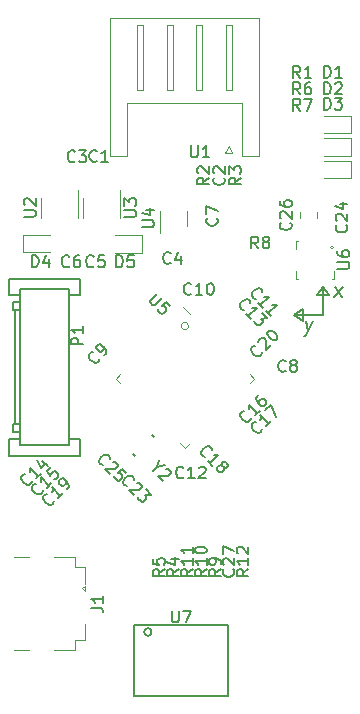
<source format=gto>
G04 #@! TF.GenerationSoftware,KiCad,Pcbnew,(5.0.2)-1*
G04 #@! TF.CreationDate,2019-10-29T23:39:58+09:00*
G04 #@! TF.ProjectId,High_range_accelerometer,48696768-5f72-4616-9e67-655f61636365,rev?*
G04 #@! TF.SameCoordinates,Original*
G04 #@! TF.FileFunction,Legend,Top*
G04 #@! TF.FilePolarity,Positive*
%FSLAX46Y46*%
G04 Gerber Fmt 4.6, Leading zero omitted, Abs format (unit mm)*
G04 Created by KiCad (PCBNEW (5.0.2)-1) date 2019/10/29 23:39:58*
%MOMM*%
%LPD*%
G01*
G04 APERTURE LIST*
%ADD10C,0.100000*%
%ADD11C,0.200000*%
%ADD12C,0.120000*%
%ADD13C,0.150000*%
G04 APERTURE END LIST*
D10*
X107252261Y-79248000D02*
G75*
G03X107252261Y-79248000I-318261J0D01*
G01*
D11*
X104120156Y-105150000D02*
G75*
G03X104120156Y-105150000I-320156J0D01*
G01*
X116900000Y-77800000D02*
X116200000Y-78300000D01*
X116900000Y-77900000D02*
X116900000Y-77800000D01*
X118600000Y-78300000D02*
X116200000Y-78300000D01*
X116200000Y-78300000D02*
X116900000Y-78800000D01*
X116900000Y-78800000D02*
X116900000Y-77900000D01*
X117168422Y-78821428D02*
X117369613Y-79688095D01*
X117787470Y-78821428D02*
X117369613Y-79688095D01*
X117207113Y-79997619D01*
X117137470Y-80059523D01*
X117005922Y-80121428D01*
X119100000Y-76600000D02*
X118600000Y-75900000D01*
X119000000Y-76600000D02*
X119100000Y-76600000D01*
X118100000Y-76600000D02*
X119000000Y-76600000D01*
X118600000Y-75900000D02*
X118100000Y-76600000D01*
X118600000Y-78300000D02*
X118600000Y-75900000D01*
X119529136Y-76788095D02*
X120318422Y-75921428D01*
X119637470Y-75921428D02*
X120210089Y-76788095D01*
D10*
X119493592Y-72593200D02*
G75*
G03X119493592Y-72593200I-113592J0D01*
G01*
D12*
G04 #@! TO.C,U1*
X106898120Y-53160160D02*
X113208120Y-53160160D01*
X113208120Y-53160160D02*
X113208120Y-64880160D01*
X113208120Y-64880160D02*
X111788120Y-64880160D01*
X111788120Y-64880160D02*
X111788120Y-60380160D01*
X111788120Y-60380160D02*
X106898120Y-60380160D01*
X106898120Y-53160160D02*
X100588120Y-53160160D01*
X100588120Y-53160160D02*
X100588120Y-64880160D01*
X100588120Y-64880160D02*
X102008120Y-64880160D01*
X102008120Y-64880160D02*
X102008120Y-60380160D01*
X102008120Y-60380160D02*
X106898120Y-60380160D01*
X110898120Y-59270160D02*
X110898120Y-53770160D01*
X110898120Y-53770160D02*
X110398120Y-53770160D01*
X110398120Y-53770160D02*
X110398120Y-59270160D01*
X110398120Y-59270160D02*
X110898120Y-59270160D01*
X108398120Y-59270160D02*
X108398120Y-53770160D01*
X108398120Y-53770160D02*
X107898120Y-53770160D01*
X107898120Y-53770160D02*
X107898120Y-59270160D01*
X107898120Y-59270160D02*
X108398120Y-59270160D01*
X105898120Y-59270160D02*
X105898120Y-53770160D01*
X105898120Y-53770160D02*
X105398120Y-53770160D01*
X105398120Y-53770160D02*
X105398120Y-59270160D01*
X105398120Y-59270160D02*
X105898120Y-59270160D01*
X103398120Y-59270160D02*
X103398120Y-53770160D01*
X103398120Y-53770160D02*
X102898120Y-53770160D01*
X102898120Y-53770160D02*
X102898120Y-59270160D01*
X102898120Y-59270160D02*
X103398120Y-59270160D01*
X110648120Y-63970160D02*
X110948120Y-64570160D01*
X110948120Y-64570160D02*
X110348120Y-64570160D01*
X110348120Y-64570160D02*
X110648120Y-63970160D01*
G04 #@! TO.C,C26*
X116707350Y-70100958D02*
X116707350Y-69583802D01*
X118127350Y-70100958D02*
X118127350Y-69583802D01*
G04 #@! TO.C,D1*
X118679820Y-62899960D02*
X120964820Y-62899960D01*
X120964820Y-62899960D02*
X120964820Y-61429960D01*
X120964820Y-61429960D02*
X118679820Y-61429960D01*
G04 #@! TO.C,D2*
X120964820Y-63340040D02*
X118679820Y-63340040D01*
X120964820Y-64810040D02*
X120964820Y-63340040D01*
X118679820Y-64810040D02*
X120964820Y-64810040D01*
G04 #@! TO.C,D3*
X118679820Y-66720120D02*
X120964820Y-66720120D01*
X120964820Y-66720120D02*
X120964820Y-65250120D01*
X120964820Y-65250120D02*
X118679820Y-65250120D01*
D13*
G04 #@! TO.C,P1*
X98082080Y-90224000D02*
X92082080Y-90224000D01*
X98082080Y-75224000D02*
X98082080Y-75724000D01*
X92082080Y-75224000D02*
X98082080Y-75224000D01*
X92082080Y-75724000D02*
X92082080Y-75224000D01*
X95382080Y-89324000D02*
X92982080Y-89324000D01*
X95382080Y-89324000D02*
X97082080Y-89324000D01*
X95382080Y-76124000D02*
X92982080Y-76124000D01*
X95382080Y-76124000D02*
X97082080Y-76124000D01*
X97082080Y-78624000D02*
X97082080Y-89324000D01*
X92982080Y-89324000D02*
X92982080Y-78624000D01*
X92082080Y-76624000D02*
X92982080Y-76624000D01*
X97082080Y-76624000D02*
X98082080Y-76624000D01*
X98082080Y-75724000D02*
X98082080Y-76624000D01*
X92982080Y-88824000D02*
X92082080Y-88824000D01*
X98082080Y-88824000D02*
X98082080Y-90224000D01*
X97082080Y-88824000D02*
X98082080Y-88824000D01*
X92082080Y-88824000D02*
X92082080Y-90224000D01*
X92082080Y-75724000D02*
X92082080Y-76624000D01*
X92382080Y-87524000D02*
X92982080Y-87524000D01*
X92382080Y-88224000D02*
X92382080Y-87524000D01*
X92982080Y-88224000D02*
X92382080Y-88224000D01*
X92382080Y-77924000D02*
X92982080Y-77924000D01*
X92382080Y-77224000D02*
X92382080Y-77924000D01*
X92982080Y-77224000D02*
X92382080Y-77224000D01*
X92582080Y-80424000D02*
X92582080Y-87524000D01*
X92982080Y-76124000D02*
X92982080Y-78624000D01*
X92582080Y-80424000D02*
X92582080Y-77924000D01*
X97082080Y-76124000D02*
X97082080Y-78624000D01*
D12*
G04 #@! TO.C,U3*
X98340000Y-68370000D02*
X98340000Y-70130000D01*
X101410000Y-70130000D02*
X101410000Y-67700000D01*
G04 #@! TO.C,U4*
X107096840Y-70767400D02*
X107096840Y-69467400D01*
X104796840Y-71367400D02*
X104796840Y-69467400D01*
D13*
G04 #@! TO.C,U7*
X102598720Y-104579160D02*
X102598720Y-110579160D01*
X110598720Y-110579160D02*
X110598720Y-107579160D01*
X110598720Y-107579160D02*
X110598720Y-104579160D01*
X110598720Y-104579160D02*
X102598720Y-104579160D01*
X102598720Y-110579160D02*
X110598720Y-110579160D01*
G04 #@! TO.C,Y2*
X104350681Y-88629876D02*
X104173904Y-88453099D01*
X102724336Y-90256221D02*
X102547559Y-90079444D01*
D12*
G04 #@! TO.C,U5*
X112421878Y-83300891D02*
X112810786Y-83689800D01*
X112810786Y-83689800D02*
X112421878Y-84078709D01*
X106552891Y-89169878D02*
X106941800Y-89558786D01*
X106941800Y-89558786D02*
X107330709Y-89169878D01*
X101461722Y-84078709D02*
X101072814Y-83689800D01*
X101072814Y-83689800D02*
X101461722Y-83300891D01*
X107330709Y-78209722D02*
X106765023Y-77644037D01*
G04 #@! TO.C,J1*
X95849620Y-98803160D02*
X97649620Y-98803160D01*
X97649620Y-98803160D02*
X97649620Y-99653160D01*
X95849620Y-106703160D02*
X97599620Y-106703160D01*
X97599620Y-106703160D02*
X97649620Y-106703160D01*
X97649620Y-106703160D02*
X97649620Y-105803160D01*
X93699620Y-98803160D02*
X92499620Y-98803160D01*
X98249620Y-101453160D02*
X98449620Y-101253160D01*
X98449620Y-101253160D02*
X98449620Y-101653160D01*
X98449620Y-101653160D02*
X98249620Y-101453160D01*
X93699620Y-106703160D02*
X92499620Y-106703160D01*
X97649620Y-99653160D02*
X98499620Y-99653160D01*
X98499620Y-99653160D02*
X98499620Y-101053160D01*
X97649620Y-105803160D02*
X98499620Y-105803160D01*
X98499620Y-105803160D02*
X98499620Y-104453160D01*
G04 #@! TO.C,D4*
X93215000Y-72985000D02*
X95500000Y-72985000D01*
X93215000Y-71515000D02*
X93215000Y-72985000D01*
X95500000Y-71515000D02*
X93215000Y-71515000D01*
G04 #@! TO.C,D5*
X101050000Y-73035000D02*
X103335000Y-73035000D01*
X103335000Y-73035000D02*
X103335000Y-71565000D01*
X103335000Y-71565000D02*
X101050000Y-71565000D01*
G04 #@! TO.C,U2*
X94790000Y-68370000D02*
X94790000Y-70130000D01*
X97860000Y-70130000D02*
X97860000Y-67700000D01*
G04 #@! TO.C,U6*
X119547280Y-74559440D02*
X119547280Y-75234440D01*
X119547280Y-75234440D02*
X119372280Y-75234440D01*
X116327280Y-74559440D02*
X116327280Y-75234440D01*
X116327280Y-75234440D02*
X116502280Y-75234440D01*
X116327280Y-72689440D02*
X116327280Y-72014440D01*
X116327280Y-72014440D02*
X116502280Y-72014440D01*
G04 #@! TO.C,U1*
D13*
X107442095Y-63942980D02*
X107442095Y-64752504D01*
X107489714Y-64847742D01*
X107537333Y-64895361D01*
X107632571Y-64942980D01*
X107823047Y-64942980D01*
X107918285Y-64895361D01*
X107965904Y-64847742D01*
X108013523Y-64752504D01*
X108013523Y-63942980D01*
X109013523Y-64942980D02*
X108442095Y-64942980D01*
X108727809Y-64942980D02*
X108727809Y-63942980D01*
X108632571Y-64085838D01*
X108537333Y-64181076D01*
X108442095Y-64228695D01*
G04 #@! TO.C,C26*
X115876342Y-70492857D02*
X115923961Y-70540476D01*
X115971580Y-70683333D01*
X115971580Y-70778571D01*
X115923961Y-70921428D01*
X115828723Y-71016666D01*
X115733485Y-71064285D01*
X115543009Y-71111904D01*
X115400152Y-71111904D01*
X115209676Y-71064285D01*
X115114438Y-71016666D01*
X115019200Y-70921428D01*
X114971580Y-70778571D01*
X114971580Y-70683333D01*
X115019200Y-70540476D01*
X115066819Y-70492857D01*
X115066819Y-70111904D02*
X115019200Y-70064285D01*
X114971580Y-69969047D01*
X114971580Y-69730952D01*
X115019200Y-69635714D01*
X115066819Y-69588095D01*
X115162057Y-69540476D01*
X115257295Y-69540476D01*
X115400152Y-69588095D01*
X115971580Y-70159523D01*
X115971580Y-69540476D01*
X114971580Y-68683333D02*
X114971580Y-68873809D01*
X115019200Y-68969047D01*
X115066819Y-69016666D01*
X115209676Y-69111904D01*
X115400152Y-69159523D01*
X115781104Y-69159523D01*
X115876342Y-69111904D01*
X115923961Y-69064285D01*
X115971580Y-68969047D01*
X115971580Y-68778571D01*
X115923961Y-68683333D01*
X115876342Y-68635714D01*
X115781104Y-68588095D01*
X115543009Y-68588095D01*
X115447771Y-68635714D01*
X115400152Y-68683333D01*
X115352533Y-68778571D01*
X115352533Y-68969047D01*
X115400152Y-69064285D01*
X115447771Y-69111904D01*
X115543009Y-69159523D01*
G04 #@! TO.C,D1*
X118710024Y-58222540D02*
X118710024Y-57222540D01*
X118948120Y-57222540D01*
X119090977Y-57270160D01*
X119186215Y-57365398D01*
X119233834Y-57460636D01*
X119281453Y-57651112D01*
X119281453Y-57793969D01*
X119233834Y-57984445D01*
X119186215Y-58079683D01*
X119090977Y-58174921D01*
X118948120Y-58222540D01*
X118710024Y-58222540D01*
X120233834Y-58222540D02*
X119662405Y-58222540D01*
X119948120Y-58222540D02*
X119948120Y-57222540D01*
X119852881Y-57365398D01*
X119757643Y-57460636D01*
X119662405Y-57508255D01*
G04 #@! TO.C,D2*
X118710024Y-59622540D02*
X118710024Y-58622540D01*
X118948120Y-58622540D01*
X119090977Y-58670160D01*
X119186215Y-58765398D01*
X119233834Y-58860636D01*
X119281453Y-59051112D01*
X119281453Y-59193969D01*
X119233834Y-59384445D01*
X119186215Y-59479683D01*
X119090977Y-59574921D01*
X118948120Y-59622540D01*
X118710024Y-59622540D01*
X119662405Y-58717779D02*
X119710024Y-58670160D01*
X119805262Y-58622540D01*
X120043358Y-58622540D01*
X120138596Y-58670160D01*
X120186215Y-58717779D01*
X120233834Y-58813017D01*
X120233834Y-58908255D01*
X120186215Y-59051112D01*
X119614786Y-59622540D01*
X120233834Y-59622540D01*
G04 #@! TO.C,D3*
X118710024Y-60922540D02*
X118710024Y-59922540D01*
X118948120Y-59922540D01*
X119090977Y-59970160D01*
X119186215Y-60065398D01*
X119233834Y-60160636D01*
X119281453Y-60351112D01*
X119281453Y-60493969D01*
X119233834Y-60684445D01*
X119186215Y-60779683D01*
X119090977Y-60874921D01*
X118948120Y-60922540D01*
X118710024Y-60922540D01*
X119614786Y-59922540D02*
X120233834Y-59922540D01*
X119900500Y-60303493D01*
X120043358Y-60303493D01*
X120138596Y-60351112D01*
X120186215Y-60398731D01*
X120233834Y-60493969D01*
X120233834Y-60732064D01*
X120186215Y-60827302D01*
X120138596Y-60874921D01*
X120043358Y-60922540D01*
X119757643Y-60922540D01*
X119662405Y-60874921D01*
X119614786Y-60827302D01*
G04 #@! TO.C,P1*
X98334460Y-80808255D02*
X97334460Y-80808255D01*
X97334460Y-80427302D01*
X97382080Y-80332064D01*
X97429699Y-80284445D01*
X97524937Y-80236826D01*
X97667794Y-80236826D01*
X97763032Y-80284445D01*
X97810651Y-80332064D01*
X97858270Y-80427302D01*
X97858270Y-80808255D01*
X98334460Y-79284445D02*
X98334460Y-79855874D01*
X98334460Y-79570160D02*
X97334460Y-79570160D01*
X97477318Y-79665398D01*
X97572556Y-79760636D01*
X97620175Y-79855874D01*
G04 #@! TO.C,U3*
X101802380Y-70011904D02*
X102611904Y-70011904D01*
X102707142Y-69964285D01*
X102754761Y-69916666D01*
X102802380Y-69821428D01*
X102802380Y-69630952D01*
X102754761Y-69535714D01*
X102707142Y-69488095D01*
X102611904Y-69440476D01*
X101802380Y-69440476D01*
X101802380Y-69059523D02*
X101802380Y-68440476D01*
X102183333Y-68773809D01*
X102183333Y-68630952D01*
X102230952Y-68535714D01*
X102278571Y-68488095D01*
X102373809Y-68440476D01*
X102611904Y-68440476D01*
X102707142Y-68488095D01*
X102754761Y-68535714D01*
X102802380Y-68630952D01*
X102802380Y-68916666D01*
X102754761Y-69011904D01*
X102707142Y-69059523D01*
G04 #@! TO.C,U4*
X103324220Y-70879304D02*
X104133744Y-70879304D01*
X104228982Y-70831685D01*
X104276601Y-70784066D01*
X104324220Y-70688828D01*
X104324220Y-70498352D01*
X104276601Y-70403114D01*
X104228982Y-70355495D01*
X104133744Y-70307876D01*
X103324220Y-70307876D01*
X103657554Y-69403114D02*
X104324220Y-69403114D01*
X103276601Y-69641209D02*
X103990887Y-69879304D01*
X103990887Y-69260257D01*
G04 #@! TO.C,U7*
X105836815Y-103331540D02*
X105836815Y-104141064D01*
X105884434Y-104236302D01*
X105932053Y-104283921D01*
X106027291Y-104331540D01*
X106217767Y-104331540D01*
X106313005Y-104283921D01*
X106360624Y-104236302D01*
X106408243Y-104141064D01*
X106408243Y-103331540D01*
X106789196Y-103331540D02*
X107455862Y-103331540D01*
X107027291Y-104331540D01*
G04 #@! TO.C,Y2*
X104607518Y-91188046D02*
X104270800Y-91524764D01*
X104742205Y-90581955D02*
X104607518Y-91188046D01*
X105213609Y-91053359D01*
X105348296Y-91322733D02*
X105415640Y-91322733D01*
X105516655Y-91356405D01*
X105685014Y-91524764D01*
X105718686Y-91625779D01*
X105718686Y-91693122D01*
X105685014Y-91794138D01*
X105617670Y-91861481D01*
X105482983Y-91928825D01*
X104674861Y-91928825D01*
X105112594Y-92366557D01*
G04 #@! TO.C,U5*
X104598077Y-76493226D02*
X104025657Y-77065646D01*
X103991985Y-77166661D01*
X103991985Y-77234005D01*
X104025657Y-77335020D01*
X104160344Y-77469707D01*
X104261359Y-77503379D01*
X104328703Y-77503379D01*
X104429718Y-77469707D01*
X105002138Y-76897287D01*
X105675573Y-77570722D02*
X105338855Y-77234005D01*
X104968466Y-77537051D01*
X105035809Y-77537051D01*
X105136825Y-77570722D01*
X105305183Y-77739081D01*
X105338855Y-77840096D01*
X105338855Y-77907440D01*
X105305183Y-78008455D01*
X105136825Y-78176814D01*
X105035809Y-78210486D01*
X104968466Y-78210486D01*
X104867451Y-78176814D01*
X104699092Y-78008455D01*
X104665420Y-77907440D01*
X104665420Y-77840096D01*
G04 #@! TO.C,C2*
X110237542Y-66689266D02*
X110285161Y-66736885D01*
X110332780Y-66879742D01*
X110332780Y-66974980D01*
X110285161Y-67117838D01*
X110189923Y-67213076D01*
X110094685Y-67260695D01*
X109904209Y-67308314D01*
X109761352Y-67308314D01*
X109570876Y-67260695D01*
X109475638Y-67213076D01*
X109380400Y-67117838D01*
X109332780Y-66974980D01*
X109332780Y-66879742D01*
X109380400Y-66736885D01*
X109428019Y-66689266D01*
X109428019Y-66308314D02*
X109380400Y-66260695D01*
X109332780Y-66165457D01*
X109332780Y-65927361D01*
X109380400Y-65832123D01*
X109428019Y-65784504D01*
X109523257Y-65736885D01*
X109618495Y-65736885D01*
X109761352Y-65784504D01*
X110332780Y-66355933D01*
X110332780Y-65736885D01*
G04 #@! TO.C,C4*
X105720853Y-73892442D02*
X105673234Y-73940061D01*
X105530377Y-73987680D01*
X105435139Y-73987680D01*
X105292281Y-73940061D01*
X105197043Y-73844823D01*
X105149424Y-73749585D01*
X105101805Y-73559109D01*
X105101805Y-73416252D01*
X105149424Y-73225776D01*
X105197043Y-73130538D01*
X105292281Y-73035300D01*
X105435139Y-72987680D01*
X105530377Y-72987680D01*
X105673234Y-73035300D01*
X105720853Y-73082919D01*
X106577996Y-73321014D02*
X106577996Y-73987680D01*
X106339900Y-72940061D02*
X106101805Y-73654347D01*
X106720853Y-73654347D01*
G04 #@! TO.C,C7*
X109627942Y-70118266D02*
X109675561Y-70165885D01*
X109723180Y-70308742D01*
X109723180Y-70403980D01*
X109675561Y-70546838D01*
X109580323Y-70642076D01*
X109485085Y-70689695D01*
X109294609Y-70737314D01*
X109151752Y-70737314D01*
X108961276Y-70689695D01*
X108866038Y-70642076D01*
X108770800Y-70546838D01*
X108723180Y-70403980D01*
X108723180Y-70308742D01*
X108770800Y-70165885D01*
X108818419Y-70118266D01*
X108723180Y-69784933D02*
X108723180Y-69118266D01*
X109723180Y-69546838D01*
G04 #@! TO.C,C8*
X115466833Y-83034142D02*
X115419214Y-83081761D01*
X115276357Y-83129380D01*
X115181119Y-83129380D01*
X115038261Y-83081761D01*
X114943023Y-82986523D01*
X114895404Y-82891285D01*
X114847785Y-82700809D01*
X114847785Y-82557952D01*
X114895404Y-82367476D01*
X114943023Y-82272238D01*
X115038261Y-82177000D01*
X115181119Y-82129380D01*
X115276357Y-82129380D01*
X115419214Y-82177000D01*
X115466833Y-82224619D01*
X116038261Y-82557952D02*
X115943023Y-82510333D01*
X115895404Y-82462714D01*
X115847785Y-82367476D01*
X115847785Y-82319857D01*
X115895404Y-82224619D01*
X115943023Y-82177000D01*
X116038261Y-82129380D01*
X116228738Y-82129380D01*
X116323976Y-82177000D01*
X116371595Y-82224619D01*
X116419214Y-82319857D01*
X116419214Y-82367476D01*
X116371595Y-82462714D01*
X116323976Y-82510333D01*
X116228738Y-82557952D01*
X116038261Y-82557952D01*
X115943023Y-82605571D01*
X115895404Y-82653190D01*
X115847785Y-82748428D01*
X115847785Y-82938904D01*
X115895404Y-83034142D01*
X115943023Y-83081761D01*
X116038261Y-83129380D01*
X116228738Y-83129380D01*
X116323976Y-83081761D01*
X116371595Y-83034142D01*
X116419214Y-82938904D01*
X116419214Y-82748428D01*
X116371595Y-82653190D01*
X116323976Y-82605571D01*
X116228738Y-82557952D01*
G04 #@! TO.C,C9*
X99702687Y-82005989D02*
X99702687Y-82073332D01*
X99635343Y-82208019D01*
X99568000Y-82275363D01*
X99433312Y-82342706D01*
X99298625Y-82342706D01*
X99197610Y-82309035D01*
X99029251Y-82208019D01*
X98928236Y-82107004D01*
X98827221Y-81938645D01*
X98793549Y-81837630D01*
X98793549Y-81702943D01*
X98860893Y-81568256D01*
X98928236Y-81500912D01*
X99062923Y-81433569D01*
X99130267Y-81433569D01*
X100106748Y-81736615D02*
X100241435Y-81601928D01*
X100275106Y-81500912D01*
X100275106Y-81433569D01*
X100241435Y-81265210D01*
X100140419Y-81096851D01*
X99871045Y-80827477D01*
X99770030Y-80793806D01*
X99702687Y-80793806D01*
X99601671Y-80827477D01*
X99466984Y-80962164D01*
X99433312Y-81063180D01*
X99433312Y-81130523D01*
X99466984Y-81231538D01*
X99635343Y-81399897D01*
X99736358Y-81433569D01*
X99803702Y-81433569D01*
X99904717Y-81399897D01*
X100039404Y-81265210D01*
X100073076Y-81164195D01*
X100073076Y-81096851D01*
X100039404Y-80995836D01*
G04 #@! TO.C,C10*
X107459542Y-76506342D02*
X107411923Y-76553961D01*
X107269066Y-76601580D01*
X107173828Y-76601580D01*
X107030971Y-76553961D01*
X106935733Y-76458723D01*
X106888114Y-76363485D01*
X106840495Y-76173009D01*
X106840495Y-76030152D01*
X106888114Y-75839676D01*
X106935733Y-75744438D01*
X107030971Y-75649200D01*
X107173828Y-75601580D01*
X107269066Y-75601580D01*
X107411923Y-75649200D01*
X107459542Y-75696819D01*
X108411923Y-76601580D02*
X107840495Y-76601580D01*
X108126209Y-76601580D02*
X108126209Y-75601580D01*
X108030971Y-75744438D01*
X107935733Y-75839676D01*
X107840495Y-75887295D01*
X109030971Y-75601580D02*
X109126209Y-75601580D01*
X109221447Y-75649200D01*
X109269066Y-75696819D01*
X109316685Y-75792057D01*
X109364304Y-75982533D01*
X109364304Y-76220628D01*
X109316685Y-76411104D01*
X109269066Y-76506342D01*
X109221447Y-76553961D01*
X109126209Y-76601580D01*
X109030971Y-76601580D01*
X108935733Y-76553961D01*
X108888114Y-76506342D01*
X108840495Y-76411104D01*
X108792876Y-76220628D01*
X108792876Y-75982533D01*
X108840495Y-75792057D01*
X108888114Y-75696819D01*
X108935733Y-75649200D01*
X109030971Y-75601580D01*
G04 #@! TO.C,C11*
X112932493Y-76963169D02*
X112865149Y-76963169D01*
X112730462Y-76895825D01*
X112663119Y-76828482D01*
X112595775Y-76693795D01*
X112595775Y-76559108D01*
X112629447Y-76458093D01*
X112730462Y-76289734D01*
X112831477Y-76188719D01*
X112999836Y-76087703D01*
X113100851Y-76054032D01*
X113235538Y-76054032D01*
X113370225Y-76121375D01*
X113437569Y-76188719D01*
X113504912Y-76323406D01*
X113504912Y-76390749D01*
X113538584Y-77703948D02*
X113134523Y-77299887D01*
X113336554Y-77501917D02*
X114043661Y-76794810D01*
X113875302Y-76828482D01*
X113740615Y-76828482D01*
X113639600Y-76794810D01*
X114212019Y-78377383D02*
X113807958Y-77973322D01*
X114009989Y-78175352D02*
X114717096Y-77468245D01*
X114548737Y-77501917D01*
X114414050Y-77501917D01*
X114313035Y-77468245D01*
G04 #@! TO.C,C12*
X106799142Y-92051142D02*
X106751523Y-92098761D01*
X106608666Y-92146380D01*
X106513428Y-92146380D01*
X106370571Y-92098761D01*
X106275333Y-92003523D01*
X106227714Y-91908285D01*
X106180095Y-91717809D01*
X106180095Y-91574952D01*
X106227714Y-91384476D01*
X106275333Y-91289238D01*
X106370571Y-91194000D01*
X106513428Y-91146380D01*
X106608666Y-91146380D01*
X106751523Y-91194000D01*
X106799142Y-91241619D01*
X107751523Y-92146380D02*
X107180095Y-92146380D01*
X107465809Y-92146380D02*
X107465809Y-91146380D01*
X107370571Y-91289238D01*
X107275333Y-91384476D01*
X107180095Y-91432095D01*
X108132476Y-91241619D02*
X108180095Y-91194000D01*
X108275333Y-91146380D01*
X108513428Y-91146380D01*
X108608666Y-91194000D01*
X108656285Y-91241619D01*
X108703904Y-91336857D01*
X108703904Y-91432095D01*
X108656285Y-91574952D01*
X108084857Y-92146380D01*
X108703904Y-92146380D01*
G04 #@! TO.C,C13*
X111916493Y-77877569D02*
X111849149Y-77877569D01*
X111714462Y-77810225D01*
X111647119Y-77742882D01*
X111579775Y-77608195D01*
X111579775Y-77473508D01*
X111613447Y-77372493D01*
X111714462Y-77204134D01*
X111815477Y-77103119D01*
X111983836Y-77002103D01*
X112084851Y-76968432D01*
X112219538Y-76968432D01*
X112354225Y-77035775D01*
X112421569Y-77103119D01*
X112488912Y-77237806D01*
X112488912Y-77305149D01*
X112522584Y-78618348D02*
X112118523Y-78214287D01*
X112320554Y-78416317D02*
X113027661Y-77709210D01*
X112859302Y-77742882D01*
X112724615Y-77742882D01*
X112623600Y-77709210D01*
X113465393Y-78146943D02*
X113903126Y-78584676D01*
X113398050Y-78618348D01*
X113499065Y-78719363D01*
X113532737Y-78820378D01*
X113532737Y-78887722D01*
X113499065Y-78988737D01*
X113330706Y-79157096D01*
X113229691Y-79190767D01*
X113162348Y-79190767D01*
X113061332Y-79157096D01*
X112859302Y-78955065D01*
X112825630Y-78854050D01*
X112825630Y-78786706D01*
G04 #@! TO.C,C14*
X93981169Y-92350306D02*
X93981169Y-92417650D01*
X93913825Y-92552337D01*
X93846482Y-92619680D01*
X93711795Y-92687024D01*
X93577108Y-92687024D01*
X93476093Y-92653352D01*
X93307734Y-92552337D01*
X93206719Y-92451322D01*
X93105703Y-92282963D01*
X93072032Y-92181948D01*
X93072032Y-92047261D01*
X93139375Y-91912574D01*
X93206719Y-91845230D01*
X93341406Y-91777887D01*
X93408749Y-91777887D01*
X94721948Y-91744215D02*
X94317887Y-92148276D01*
X94519917Y-91946245D02*
X93812810Y-91239138D01*
X93846482Y-91407497D01*
X93846482Y-91542184D01*
X93812810Y-91643200D01*
X94856635Y-90666719D02*
X95328039Y-91138123D01*
X94418902Y-90565703D02*
X94755619Y-91239138D01*
X95193352Y-90801406D01*
G04 #@! TO.C,C15*
X94895569Y-93163106D02*
X94895569Y-93230450D01*
X94828225Y-93365137D01*
X94760882Y-93432480D01*
X94626195Y-93499824D01*
X94491508Y-93499824D01*
X94390493Y-93466152D01*
X94222134Y-93365137D01*
X94121119Y-93264122D01*
X94020103Y-93095763D01*
X93986432Y-92994748D01*
X93986432Y-92860061D01*
X94053775Y-92725374D01*
X94121119Y-92658030D01*
X94255806Y-92590687D01*
X94323149Y-92590687D01*
X95636348Y-92557015D02*
X95232287Y-92961076D01*
X95434317Y-92759045D02*
X94727210Y-92051938D01*
X94760882Y-92220297D01*
X94760882Y-92354984D01*
X94727210Y-92456000D01*
X95569004Y-91210145D02*
X95232287Y-91546862D01*
X95535332Y-91917251D01*
X95535332Y-91849908D01*
X95569004Y-91748893D01*
X95737363Y-91580534D01*
X95838378Y-91546862D01*
X95905722Y-91546862D01*
X96006737Y-91580534D01*
X96175096Y-91748893D01*
X96208767Y-91849908D01*
X96208767Y-91917251D01*
X96175096Y-92018267D01*
X96006737Y-92186625D01*
X95905722Y-92220297D01*
X95838378Y-92220297D01*
G04 #@! TO.C,C16*
X112523169Y-87016306D02*
X112523169Y-87083650D01*
X112455825Y-87218337D01*
X112388482Y-87285680D01*
X112253795Y-87353024D01*
X112119108Y-87353024D01*
X112018093Y-87319352D01*
X111849734Y-87218337D01*
X111748719Y-87117322D01*
X111647703Y-86948963D01*
X111614032Y-86847948D01*
X111614032Y-86713261D01*
X111681375Y-86578574D01*
X111748719Y-86511230D01*
X111883406Y-86443887D01*
X111950749Y-86443887D01*
X113263948Y-86410215D02*
X112859887Y-86814276D01*
X113061917Y-86612245D02*
X112354810Y-85905138D01*
X112388482Y-86073497D01*
X112388482Y-86208184D01*
X112354810Y-86309200D01*
X113162932Y-85097016D02*
X113028245Y-85231703D01*
X112994574Y-85332719D01*
X112994574Y-85400062D01*
X113028245Y-85568421D01*
X113129261Y-85736780D01*
X113398635Y-86006154D01*
X113499650Y-86039825D01*
X113566993Y-86039825D01*
X113668009Y-86006154D01*
X113802696Y-85871467D01*
X113836367Y-85770451D01*
X113836367Y-85703108D01*
X113802696Y-85602093D01*
X113634337Y-85433734D01*
X113533322Y-85400062D01*
X113465978Y-85400062D01*
X113364963Y-85433734D01*
X113230276Y-85568421D01*
X113196604Y-85669436D01*
X113196604Y-85736780D01*
X113230276Y-85837795D01*
G04 #@! TO.C,C17*
X113488369Y-87930706D02*
X113488369Y-87998050D01*
X113421025Y-88132737D01*
X113353682Y-88200080D01*
X113218995Y-88267424D01*
X113084308Y-88267424D01*
X112983293Y-88233752D01*
X112814934Y-88132737D01*
X112713919Y-88031722D01*
X112612903Y-87863363D01*
X112579232Y-87762348D01*
X112579232Y-87627661D01*
X112646575Y-87492974D01*
X112713919Y-87425630D01*
X112848606Y-87358287D01*
X112915949Y-87358287D01*
X114229148Y-87324615D02*
X113825087Y-87728676D01*
X114027117Y-87526645D02*
X113320010Y-86819538D01*
X113353682Y-86987897D01*
X113353682Y-87122584D01*
X113320010Y-87223600D01*
X113757743Y-86381806D02*
X114229148Y-85910401D01*
X114633209Y-86920554D01*
G04 #@! TO.C,C18*
X108665293Y-90323569D02*
X108597949Y-90323569D01*
X108463262Y-90256225D01*
X108395919Y-90188882D01*
X108328575Y-90054195D01*
X108328575Y-89919508D01*
X108362247Y-89818493D01*
X108463262Y-89650134D01*
X108564277Y-89549119D01*
X108732636Y-89448103D01*
X108833651Y-89414432D01*
X108968338Y-89414432D01*
X109103025Y-89481775D01*
X109170369Y-89549119D01*
X109237712Y-89683806D01*
X109237712Y-89751149D01*
X109271384Y-91064348D02*
X108867323Y-90660287D01*
X109069354Y-90862317D02*
X109776461Y-90155210D01*
X109608102Y-90188882D01*
X109473415Y-90188882D01*
X109372400Y-90155210D01*
X110079506Y-91064348D02*
X110045835Y-90963332D01*
X110045835Y-90895989D01*
X110079506Y-90794974D01*
X110113178Y-90761302D01*
X110214193Y-90727630D01*
X110281537Y-90727630D01*
X110382552Y-90761302D01*
X110517239Y-90895989D01*
X110550911Y-90997004D01*
X110550911Y-91064348D01*
X110517239Y-91165363D01*
X110483567Y-91199035D01*
X110382552Y-91232706D01*
X110315209Y-91232706D01*
X110214193Y-91199035D01*
X110079506Y-91064348D01*
X109978491Y-91030676D01*
X109911148Y-91030676D01*
X109810132Y-91064348D01*
X109675445Y-91199035D01*
X109641774Y-91300050D01*
X109641774Y-91367393D01*
X109675445Y-91468409D01*
X109810132Y-91603096D01*
X109911148Y-91636767D01*
X109978491Y-91636767D01*
X110079506Y-91603096D01*
X110214193Y-91468409D01*
X110247865Y-91367393D01*
X110247865Y-91300050D01*
X110214193Y-91199035D01*
G04 #@! TO.C,C19*
X95860769Y-94026706D02*
X95860769Y-94094050D01*
X95793425Y-94228737D01*
X95726082Y-94296080D01*
X95591395Y-94363424D01*
X95456708Y-94363424D01*
X95355693Y-94329752D01*
X95187334Y-94228737D01*
X95086319Y-94127722D01*
X94985303Y-93959363D01*
X94951632Y-93858348D01*
X94951632Y-93723661D01*
X95018975Y-93588974D01*
X95086319Y-93521630D01*
X95221006Y-93454287D01*
X95288349Y-93454287D01*
X96601548Y-93420615D02*
X96197487Y-93824676D01*
X96399517Y-93622645D02*
X95692410Y-92915538D01*
X95726082Y-93083897D01*
X95726082Y-93218584D01*
X95692410Y-93319600D01*
X96938265Y-93083897D02*
X97072952Y-92949210D01*
X97106624Y-92848195D01*
X97106624Y-92780851D01*
X97072952Y-92612493D01*
X96971937Y-92444134D01*
X96702563Y-92174760D01*
X96601548Y-92141088D01*
X96534204Y-92141088D01*
X96433189Y-92174760D01*
X96298502Y-92309447D01*
X96264830Y-92410462D01*
X96264830Y-92477806D01*
X96298502Y-92578821D01*
X96466861Y-92747180D01*
X96567876Y-92780851D01*
X96635219Y-92780851D01*
X96736235Y-92747180D01*
X96870922Y-92612493D01*
X96904593Y-92511477D01*
X96904593Y-92444134D01*
X96870922Y-92343119D01*
G04 #@! TO.C,C20*
X113462969Y-81479106D02*
X113462969Y-81546450D01*
X113395625Y-81681137D01*
X113328282Y-81748480D01*
X113193595Y-81815824D01*
X113058908Y-81815824D01*
X112957893Y-81782152D01*
X112789534Y-81681137D01*
X112688519Y-81580122D01*
X112587503Y-81411763D01*
X112553832Y-81310748D01*
X112553832Y-81176061D01*
X112621175Y-81041374D01*
X112688519Y-80974030D01*
X112823206Y-80906687D01*
X112890549Y-80906687D01*
X113159923Y-80637312D02*
X113159923Y-80569969D01*
X113193595Y-80468954D01*
X113361954Y-80300595D01*
X113462969Y-80266923D01*
X113530312Y-80266923D01*
X113631328Y-80300595D01*
X113698671Y-80367938D01*
X113766015Y-80502625D01*
X113766015Y-81310748D01*
X114203748Y-80873015D01*
X113934374Y-79728175D02*
X114001717Y-79660832D01*
X114102732Y-79627160D01*
X114170076Y-79627160D01*
X114271091Y-79660832D01*
X114439450Y-79761847D01*
X114607809Y-79930206D01*
X114708824Y-80098564D01*
X114742496Y-80199580D01*
X114742496Y-80266923D01*
X114708824Y-80367938D01*
X114641480Y-80435282D01*
X114540465Y-80468954D01*
X114473122Y-80468954D01*
X114372106Y-80435282D01*
X114203748Y-80334267D01*
X114035389Y-80165908D01*
X113934374Y-79997549D01*
X113900702Y-79896534D01*
X113900702Y-79829190D01*
X113934374Y-79728175D01*
G04 #@! TO.C,C23*
X102061293Y-92812768D02*
X101993949Y-92812768D01*
X101859262Y-92745424D01*
X101791919Y-92678081D01*
X101724575Y-92543394D01*
X101724575Y-92408707D01*
X101758247Y-92307692D01*
X101859262Y-92139333D01*
X101960277Y-92038318D01*
X102128636Y-91937302D01*
X102229651Y-91903631D01*
X102364338Y-91903631D01*
X102499025Y-91970974D01*
X102566369Y-92038318D01*
X102633712Y-92173005D01*
X102633712Y-92240348D01*
X102903087Y-92509722D02*
X102970430Y-92509722D01*
X103071445Y-92543394D01*
X103239804Y-92711753D01*
X103273476Y-92812768D01*
X103273476Y-92880111D01*
X103239804Y-92981127D01*
X103172461Y-93048470D01*
X103037774Y-93115814D01*
X102229651Y-93115814D01*
X102667384Y-93553547D01*
X103610193Y-93082142D02*
X104047926Y-93519875D01*
X103542850Y-93553547D01*
X103643865Y-93654562D01*
X103677537Y-93755577D01*
X103677537Y-93822921D01*
X103643865Y-93923936D01*
X103475506Y-94092295D01*
X103374491Y-94125966D01*
X103307148Y-94125966D01*
X103206132Y-94092295D01*
X103004102Y-93890264D01*
X102970430Y-93789249D01*
X102970430Y-93721905D01*
G04 #@! TO.C,C24*
X120600742Y-70696057D02*
X120648361Y-70743676D01*
X120695980Y-70886533D01*
X120695980Y-70981771D01*
X120648361Y-71124628D01*
X120553123Y-71219866D01*
X120457885Y-71267485D01*
X120267409Y-71315104D01*
X120124552Y-71315104D01*
X119934076Y-71267485D01*
X119838838Y-71219866D01*
X119743600Y-71124628D01*
X119695980Y-70981771D01*
X119695980Y-70886533D01*
X119743600Y-70743676D01*
X119791219Y-70696057D01*
X119791219Y-70315104D02*
X119743600Y-70267485D01*
X119695980Y-70172247D01*
X119695980Y-69934152D01*
X119743600Y-69838914D01*
X119791219Y-69791295D01*
X119886457Y-69743676D01*
X119981695Y-69743676D01*
X120124552Y-69791295D01*
X120695980Y-70362723D01*
X120695980Y-69743676D01*
X120029314Y-68886533D02*
X120695980Y-68886533D01*
X119648361Y-69124628D02*
X120362647Y-69362723D01*
X120362647Y-68743676D01*
G04 #@! TO.C,C25*
X100029292Y-91034769D02*
X99961948Y-91034769D01*
X99827261Y-90967425D01*
X99759918Y-90900082D01*
X99692574Y-90765395D01*
X99692574Y-90630708D01*
X99726246Y-90529693D01*
X99827261Y-90361334D01*
X99928276Y-90260319D01*
X100096635Y-90159303D01*
X100197650Y-90125632D01*
X100332337Y-90125632D01*
X100467024Y-90192975D01*
X100534368Y-90260319D01*
X100601711Y-90395006D01*
X100601711Y-90462349D01*
X100871086Y-90731723D02*
X100938429Y-90731723D01*
X101039444Y-90765395D01*
X101207803Y-90933754D01*
X101241475Y-91034769D01*
X101241475Y-91102112D01*
X101207803Y-91203128D01*
X101140460Y-91270471D01*
X101005773Y-91337815D01*
X100197650Y-91337815D01*
X100635383Y-91775548D01*
X101982253Y-91708204D02*
X101645536Y-91371487D01*
X101275147Y-91674532D01*
X101342490Y-91674532D01*
X101443505Y-91708204D01*
X101611864Y-91876563D01*
X101645536Y-91977578D01*
X101645536Y-92044922D01*
X101611864Y-92145937D01*
X101443505Y-92314296D01*
X101342490Y-92347967D01*
X101275147Y-92347967D01*
X101174131Y-92314296D01*
X101005773Y-92145937D01*
X100972101Y-92044922D01*
X100972101Y-91977578D01*
G04 #@! TO.C,C27*
X111037642Y-99836266D02*
X111085261Y-99883885D01*
X111132880Y-100026742D01*
X111132880Y-100121980D01*
X111085261Y-100264837D01*
X110990023Y-100360075D01*
X110894785Y-100407694D01*
X110704309Y-100455313D01*
X110561452Y-100455313D01*
X110370976Y-100407694D01*
X110275738Y-100360075D01*
X110180500Y-100264837D01*
X110132880Y-100121980D01*
X110132880Y-100026742D01*
X110180500Y-99883885D01*
X110228119Y-99836266D01*
X110228119Y-99455313D02*
X110180500Y-99407694D01*
X110132880Y-99312456D01*
X110132880Y-99074361D01*
X110180500Y-98979123D01*
X110228119Y-98931504D01*
X110323357Y-98883885D01*
X110418595Y-98883885D01*
X110561452Y-98931504D01*
X111132880Y-99502932D01*
X111132880Y-98883885D01*
X110132880Y-98550551D02*
X110132880Y-97883885D01*
X111132880Y-98312456D01*
G04 #@! TO.C,J1*
X99002000Y-103086493D02*
X99716286Y-103086493D01*
X99859143Y-103134112D01*
X99954381Y-103229350D01*
X100002000Y-103372207D01*
X100002000Y-103467445D01*
X100002000Y-102086493D02*
X100002000Y-102657921D01*
X100002000Y-102372207D02*
X99002000Y-102372207D01*
X99144858Y-102467445D01*
X99240096Y-102562683D01*
X99287715Y-102657921D01*
G04 #@! TO.C,C1*
X99477533Y-65254142D02*
X99429914Y-65301761D01*
X99287057Y-65349380D01*
X99191819Y-65349380D01*
X99048961Y-65301761D01*
X98953723Y-65206523D01*
X98906104Y-65111285D01*
X98858485Y-64920809D01*
X98858485Y-64777952D01*
X98906104Y-64587476D01*
X98953723Y-64492238D01*
X99048961Y-64397000D01*
X99191819Y-64349380D01*
X99287057Y-64349380D01*
X99429914Y-64397000D01*
X99477533Y-64444619D01*
X100429914Y-65349380D02*
X99858485Y-65349380D01*
X100144200Y-65349380D02*
X100144200Y-64349380D01*
X100048961Y-64492238D01*
X99953723Y-64587476D01*
X99858485Y-64635095D01*
G04 #@! TO.C,C3*
X97633333Y-65287142D02*
X97585714Y-65334761D01*
X97442857Y-65382380D01*
X97347619Y-65382380D01*
X97204761Y-65334761D01*
X97109523Y-65239523D01*
X97061904Y-65144285D01*
X97014285Y-64953809D01*
X97014285Y-64810952D01*
X97061904Y-64620476D01*
X97109523Y-64525238D01*
X97204761Y-64430000D01*
X97347619Y-64382380D01*
X97442857Y-64382380D01*
X97585714Y-64430000D01*
X97633333Y-64477619D01*
X97966666Y-64382380D02*
X98585714Y-64382380D01*
X98252380Y-64763333D01*
X98395238Y-64763333D01*
X98490476Y-64810952D01*
X98538095Y-64858571D01*
X98585714Y-64953809D01*
X98585714Y-65191904D01*
X98538095Y-65287142D01*
X98490476Y-65334761D01*
X98395238Y-65382380D01*
X98109523Y-65382380D01*
X98014285Y-65334761D01*
X97966666Y-65287142D01*
G04 #@! TO.C,C5*
X99198133Y-74169542D02*
X99150514Y-74217161D01*
X99007657Y-74264780D01*
X98912419Y-74264780D01*
X98769561Y-74217161D01*
X98674323Y-74121923D01*
X98626704Y-74026685D01*
X98579085Y-73836209D01*
X98579085Y-73693352D01*
X98626704Y-73502876D01*
X98674323Y-73407638D01*
X98769561Y-73312400D01*
X98912419Y-73264780D01*
X99007657Y-73264780D01*
X99150514Y-73312400D01*
X99198133Y-73360019D01*
X100102895Y-73264780D02*
X99626704Y-73264780D01*
X99579085Y-73740971D01*
X99626704Y-73693352D01*
X99721942Y-73645733D01*
X99960038Y-73645733D01*
X100055276Y-73693352D01*
X100102895Y-73740971D01*
X100150514Y-73836209D01*
X100150514Y-74074304D01*
X100102895Y-74169542D01*
X100055276Y-74217161D01*
X99960038Y-74264780D01*
X99721942Y-74264780D01*
X99626704Y-74217161D01*
X99579085Y-74169542D01*
G04 #@! TO.C,C6*
X97140733Y-74169542D02*
X97093114Y-74217161D01*
X96950257Y-74264780D01*
X96855019Y-74264780D01*
X96712161Y-74217161D01*
X96616923Y-74121923D01*
X96569304Y-74026685D01*
X96521685Y-73836209D01*
X96521685Y-73693352D01*
X96569304Y-73502876D01*
X96616923Y-73407638D01*
X96712161Y-73312400D01*
X96855019Y-73264780D01*
X96950257Y-73264780D01*
X97093114Y-73312400D01*
X97140733Y-73360019D01*
X97997876Y-73264780D02*
X97807400Y-73264780D01*
X97712161Y-73312400D01*
X97664542Y-73360019D01*
X97569304Y-73502876D01*
X97521685Y-73693352D01*
X97521685Y-74074304D01*
X97569304Y-74169542D01*
X97616923Y-74217161D01*
X97712161Y-74264780D01*
X97902638Y-74264780D01*
X97997876Y-74217161D01*
X98045495Y-74169542D01*
X98093114Y-74074304D01*
X98093114Y-73836209D01*
X98045495Y-73740971D01*
X97997876Y-73693352D01*
X97902638Y-73645733D01*
X97712161Y-73645733D01*
X97616923Y-73693352D01*
X97569304Y-73740971D01*
X97521685Y-73836209D01*
G04 #@! TO.C,D4*
X93978504Y-74264780D02*
X93978504Y-73264780D01*
X94216600Y-73264780D01*
X94359457Y-73312400D01*
X94454695Y-73407638D01*
X94502314Y-73502876D01*
X94549933Y-73693352D01*
X94549933Y-73836209D01*
X94502314Y-74026685D01*
X94454695Y-74121923D01*
X94359457Y-74217161D01*
X94216600Y-74264780D01*
X93978504Y-74264780D01*
X95407076Y-73598114D02*
X95407076Y-74264780D01*
X95168980Y-73217161D02*
X94930885Y-73931447D01*
X95549933Y-73931447D01*
G04 #@! TO.C,D5*
X101111904Y-74264780D02*
X101111904Y-73264780D01*
X101350000Y-73264780D01*
X101492857Y-73312400D01*
X101588095Y-73407638D01*
X101635714Y-73502876D01*
X101683333Y-73693352D01*
X101683333Y-73836209D01*
X101635714Y-74026685D01*
X101588095Y-74121923D01*
X101492857Y-74217161D01*
X101350000Y-74264780D01*
X101111904Y-74264780D01*
X102588095Y-73264780D02*
X102111904Y-73264780D01*
X102064285Y-73740971D01*
X102111904Y-73693352D01*
X102207142Y-73645733D01*
X102445238Y-73645733D01*
X102540476Y-73693352D01*
X102588095Y-73740971D01*
X102635714Y-73836209D01*
X102635714Y-74074304D01*
X102588095Y-74169542D01*
X102540476Y-74217161D01*
X102445238Y-74264780D01*
X102207142Y-74264780D01*
X102111904Y-74217161D01*
X102064285Y-74169542D01*
G04 #@! TO.C,U2*
X93305380Y-70002304D02*
X94114904Y-70002304D01*
X94210142Y-69954685D01*
X94257761Y-69907066D01*
X94305380Y-69811828D01*
X94305380Y-69621352D01*
X94257761Y-69526114D01*
X94210142Y-69478495D01*
X94114904Y-69430876D01*
X93305380Y-69430876D01*
X93400619Y-69002304D02*
X93353000Y-68954685D01*
X93305380Y-68859447D01*
X93305380Y-68621352D01*
X93353000Y-68526114D01*
X93400619Y-68478495D01*
X93495857Y-68430876D01*
X93591095Y-68430876D01*
X93733952Y-68478495D01*
X94305380Y-69049923D01*
X94305380Y-68430876D01*
G04 #@! TO.C,R1*
X116698733Y-58237380D02*
X116365400Y-57761190D01*
X116127304Y-58237380D02*
X116127304Y-57237380D01*
X116508257Y-57237380D01*
X116603495Y-57285000D01*
X116651114Y-57332619D01*
X116698733Y-57427857D01*
X116698733Y-57570714D01*
X116651114Y-57665952D01*
X116603495Y-57713571D01*
X116508257Y-57761190D01*
X116127304Y-57761190D01*
X117651114Y-58237380D02*
X117079685Y-58237380D01*
X117365400Y-58237380D02*
X117365400Y-57237380D01*
X117270161Y-57380238D01*
X117174923Y-57475476D01*
X117079685Y-57523095D01*
G04 #@! TO.C,R2*
X108986580Y-66689266D02*
X108510390Y-67022600D01*
X108986580Y-67260695D02*
X107986580Y-67260695D01*
X107986580Y-66879742D01*
X108034200Y-66784504D01*
X108081819Y-66736885D01*
X108177057Y-66689266D01*
X108319914Y-66689266D01*
X108415152Y-66736885D01*
X108462771Y-66784504D01*
X108510390Y-66879742D01*
X108510390Y-67260695D01*
X108081819Y-66308314D02*
X108034200Y-66260695D01*
X107986580Y-66165457D01*
X107986580Y-65927361D01*
X108034200Y-65832123D01*
X108081819Y-65784504D01*
X108177057Y-65736885D01*
X108272295Y-65736885D01*
X108415152Y-65784504D01*
X108986580Y-66355933D01*
X108986580Y-65736885D01*
G04 #@! TO.C,R3*
X111678980Y-66689266D02*
X111202790Y-67022600D01*
X111678980Y-67260695D02*
X110678980Y-67260695D01*
X110678980Y-66879742D01*
X110726600Y-66784504D01*
X110774219Y-66736885D01*
X110869457Y-66689266D01*
X111012314Y-66689266D01*
X111107552Y-66736885D01*
X111155171Y-66784504D01*
X111202790Y-66879742D01*
X111202790Y-67260695D01*
X110678980Y-66355933D02*
X110678980Y-65736885D01*
X111059933Y-66070219D01*
X111059933Y-65927361D01*
X111107552Y-65832123D01*
X111155171Y-65784504D01*
X111250409Y-65736885D01*
X111488504Y-65736885D01*
X111583742Y-65784504D01*
X111631361Y-65832123D01*
X111678980Y-65927361D01*
X111678980Y-66213076D01*
X111631361Y-66308314D01*
X111583742Y-66355933D01*
G04 #@! TO.C,R4*
X106408480Y-99836266D02*
X105932290Y-100169600D01*
X106408480Y-100407695D02*
X105408480Y-100407695D01*
X105408480Y-100026742D01*
X105456100Y-99931504D01*
X105503719Y-99883885D01*
X105598957Y-99836266D01*
X105741814Y-99836266D01*
X105837052Y-99883885D01*
X105884671Y-99931504D01*
X105932290Y-100026742D01*
X105932290Y-100407695D01*
X105741814Y-98979123D02*
X106408480Y-98979123D01*
X105360861Y-99217219D02*
X106075147Y-99455314D01*
X106075147Y-98836266D01*
G04 #@! TO.C,R5*
X105227380Y-99836266D02*
X104751190Y-100169600D01*
X105227380Y-100407695D02*
X104227380Y-100407695D01*
X104227380Y-100026742D01*
X104275000Y-99931504D01*
X104322619Y-99883885D01*
X104417857Y-99836266D01*
X104560714Y-99836266D01*
X104655952Y-99883885D01*
X104703571Y-99931504D01*
X104751190Y-100026742D01*
X104751190Y-100407695D01*
X104227380Y-98931504D02*
X104227380Y-99407695D01*
X104703571Y-99455314D01*
X104655952Y-99407695D01*
X104608333Y-99312457D01*
X104608333Y-99074361D01*
X104655952Y-98979123D01*
X104703571Y-98931504D01*
X104798809Y-98883885D01*
X105036904Y-98883885D01*
X105132142Y-98931504D01*
X105179761Y-98979123D01*
X105227380Y-99074361D01*
X105227380Y-99312457D01*
X105179761Y-99407695D01*
X105132142Y-99455314D01*
G04 #@! TO.C,R6*
X116698733Y-59621680D02*
X116365400Y-59145490D01*
X116127304Y-59621680D02*
X116127304Y-58621680D01*
X116508257Y-58621680D01*
X116603495Y-58669300D01*
X116651114Y-58716919D01*
X116698733Y-58812157D01*
X116698733Y-58955014D01*
X116651114Y-59050252D01*
X116603495Y-59097871D01*
X116508257Y-59145490D01*
X116127304Y-59145490D01*
X117555876Y-58621680D02*
X117365400Y-58621680D01*
X117270161Y-58669300D01*
X117222542Y-58716919D01*
X117127304Y-58859776D01*
X117079685Y-59050252D01*
X117079685Y-59431204D01*
X117127304Y-59526442D01*
X117174923Y-59574061D01*
X117270161Y-59621680D01*
X117460638Y-59621680D01*
X117555876Y-59574061D01*
X117603495Y-59526442D01*
X117651114Y-59431204D01*
X117651114Y-59193109D01*
X117603495Y-59097871D01*
X117555876Y-59050252D01*
X117460638Y-59002633D01*
X117270161Y-59002633D01*
X117174923Y-59050252D01*
X117127304Y-59097871D01*
X117079685Y-59193109D01*
G04 #@! TO.C,R7*
X116698733Y-61005980D02*
X116365400Y-60529790D01*
X116127304Y-61005980D02*
X116127304Y-60005980D01*
X116508257Y-60005980D01*
X116603495Y-60053600D01*
X116651114Y-60101219D01*
X116698733Y-60196457D01*
X116698733Y-60339314D01*
X116651114Y-60434552D01*
X116603495Y-60482171D01*
X116508257Y-60529790D01*
X116127304Y-60529790D01*
X117032066Y-60005980D02*
X117698733Y-60005980D01*
X117270161Y-61005980D01*
G04 #@! TO.C,R8*
X113142073Y-72670600D02*
X112808740Y-72194410D01*
X112570644Y-72670600D02*
X112570644Y-71670600D01*
X112951597Y-71670600D01*
X113046835Y-71718220D01*
X113094454Y-71765839D01*
X113142073Y-71861077D01*
X113142073Y-72003934D01*
X113094454Y-72099172D01*
X113046835Y-72146791D01*
X112951597Y-72194410D01*
X112570644Y-72194410D01*
X113713501Y-72099172D02*
X113618263Y-72051553D01*
X113570644Y-72003934D01*
X113523025Y-71908696D01*
X113523025Y-71861077D01*
X113570644Y-71765839D01*
X113618263Y-71718220D01*
X113713501Y-71670600D01*
X113903978Y-71670600D01*
X113999216Y-71718220D01*
X114046835Y-71765839D01*
X114094454Y-71861077D01*
X114094454Y-71908696D01*
X114046835Y-72003934D01*
X113999216Y-72051553D01*
X113903978Y-72099172D01*
X113713501Y-72099172D01*
X113618263Y-72146791D01*
X113570644Y-72194410D01*
X113523025Y-72289648D01*
X113523025Y-72480124D01*
X113570644Y-72575362D01*
X113618263Y-72622981D01*
X113713501Y-72670600D01*
X113903978Y-72670600D01*
X113999216Y-72622981D01*
X114046835Y-72575362D01*
X114094454Y-72480124D01*
X114094454Y-72289648D01*
X114046835Y-72194410D01*
X113999216Y-72146791D01*
X113903978Y-72099172D01*
G04 #@! TO.C,R9*
X109951780Y-99836266D02*
X109475590Y-100169600D01*
X109951780Y-100407695D02*
X108951780Y-100407695D01*
X108951780Y-100026742D01*
X108999400Y-99931504D01*
X109047019Y-99883885D01*
X109142257Y-99836266D01*
X109285114Y-99836266D01*
X109380352Y-99883885D01*
X109427971Y-99931504D01*
X109475590Y-100026742D01*
X109475590Y-100407695D01*
X109951780Y-99360076D02*
X109951780Y-99169600D01*
X109904161Y-99074361D01*
X109856542Y-99026742D01*
X109713685Y-98931504D01*
X109523209Y-98883885D01*
X109142257Y-98883885D01*
X109047019Y-98931504D01*
X108999400Y-98979123D01*
X108951780Y-99074361D01*
X108951780Y-99264838D01*
X108999400Y-99360076D01*
X109047019Y-99407695D01*
X109142257Y-99455314D01*
X109380352Y-99455314D01*
X109475590Y-99407695D01*
X109523209Y-99360076D01*
X109570828Y-99264838D01*
X109570828Y-99074361D01*
X109523209Y-98979123D01*
X109475590Y-98931504D01*
X109380352Y-98883885D01*
G04 #@! TO.C,R10*
X108770680Y-99836266D02*
X108294490Y-100169599D01*
X108770680Y-100407694D02*
X107770680Y-100407694D01*
X107770680Y-100026742D01*
X107818300Y-99931504D01*
X107865919Y-99883885D01*
X107961157Y-99836266D01*
X108104014Y-99836266D01*
X108199252Y-99883885D01*
X108246871Y-99931504D01*
X108294490Y-100026742D01*
X108294490Y-100407694D01*
X108770680Y-98883885D02*
X108770680Y-99455313D01*
X108770680Y-99169599D02*
X107770680Y-99169599D01*
X107913538Y-99264837D01*
X108008776Y-99360075D01*
X108056395Y-99455313D01*
X107770680Y-98264837D02*
X107770680Y-98169599D01*
X107818300Y-98074361D01*
X107865919Y-98026742D01*
X107961157Y-97979123D01*
X108151633Y-97931504D01*
X108389728Y-97931504D01*
X108580204Y-97979123D01*
X108675442Y-98026742D01*
X108723061Y-98074361D01*
X108770680Y-98169599D01*
X108770680Y-98264837D01*
X108723061Y-98360075D01*
X108675442Y-98407694D01*
X108580204Y-98455313D01*
X108389728Y-98502932D01*
X108151633Y-98502932D01*
X107961157Y-98455313D01*
X107865919Y-98407694D01*
X107818300Y-98360075D01*
X107770680Y-98264837D01*
G04 #@! TO.C,R11*
X107589580Y-99836266D02*
X107113390Y-100169599D01*
X107589580Y-100407694D02*
X106589580Y-100407694D01*
X106589580Y-100026742D01*
X106637200Y-99931504D01*
X106684819Y-99883885D01*
X106780057Y-99836266D01*
X106922914Y-99836266D01*
X107018152Y-99883885D01*
X107065771Y-99931504D01*
X107113390Y-100026742D01*
X107113390Y-100407694D01*
X107589580Y-98883885D02*
X107589580Y-99455313D01*
X107589580Y-99169599D02*
X106589580Y-99169599D01*
X106732438Y-99264837D01*
X106827676Y-99360075D01*
X106875295Y-99455313D01*
X107589580Y-97931504D02*
X107589580Y-98502932D01*
X107589580Y-98217218D02*
X106589580Y-98217218D01*
X106732438Y-98312456D01*
X106827676Y-98407694D01*
X106875295Y-98502932D01*
G04 #@! TO.C,R12*
X112313980Y-99836266D02*
X111837790Y-100169599D01*
X112313980Y-100407694D02*
X111313980Y-100407694D01*
X111313980Y-100026742D01*
X111361600Y-99931504D01*
X111409219Y-99883885D01*
X111504457Y-99836266D01*
X111647314Y-99836266D01*
X111742552Y-99883885D01*
X111790171Y-99931504D01*
X111837790Y-100026742D01*
X111837790Y-100407694D01*
X112313980Y-98883885D02*
X112313980Y-99455313D01*
X112313980Y-99169599D02*
X111313980Y-99169599D01*
X111456838Y-99264837D01*
X111552076Y-99360075D01*
X111599695Y-99455313D01*
X111409219Y-98502932D02*
X111361600Y-98455313D01*
X111313980Y-98360075D01*
X111313980Y-98121980D01*
X111361600Y-98026742D01*
X111409219Y-97979123D01*
X111504457Y-97931504D01*
X111599695Y-97931504D01*
X111742552Y-97979123D01*
X112313980Y-98550551D01*
X112313980Y-97931504D01*
G04 #@! TO.C,U6*
X119839660Y-74386344D02*
X120649184Y-74386344D01*
X120744422Y-74338725D01*
X120792041Y-74291106D01*
X120839660Y-74195868D01*
X120839660Y-74005392D01*
X120792041Y-73910154D01*
X120744422Y-73862535D01*
X120649184Y-73814916D01*
X119839660Y-73814916D01*
X119839660Y-72910154D02*
X119839660Y-73100630D01*
X119887280Y-73195868D01*
X119934899Y-73243487D01*
X120077756Y-73338725D01*
X120268232Y-73386344D01*
X120649184Y-73386344D01*
X120744422Y-73338725D01*
X120792041Y-73291106D01*
X120839660Y-73195868D01*
X120839660Y-73005392D01*
X120792041Y-72910154D01*
X120744422Y-72862535D01*
X120649184Y-72814916D01*
X120411089Y-72814916D01*
X120315851Y-72862535D01*
X120268232Y-72910154D01*
X120220613Y-73005392D01*
X120220613Y-73195868D01*
X120268232Y-73291106D01*
X120315851Y-73338725D01*
X120411089Y-73386344D01*
G04 #@! TD*
M02*

</source>
